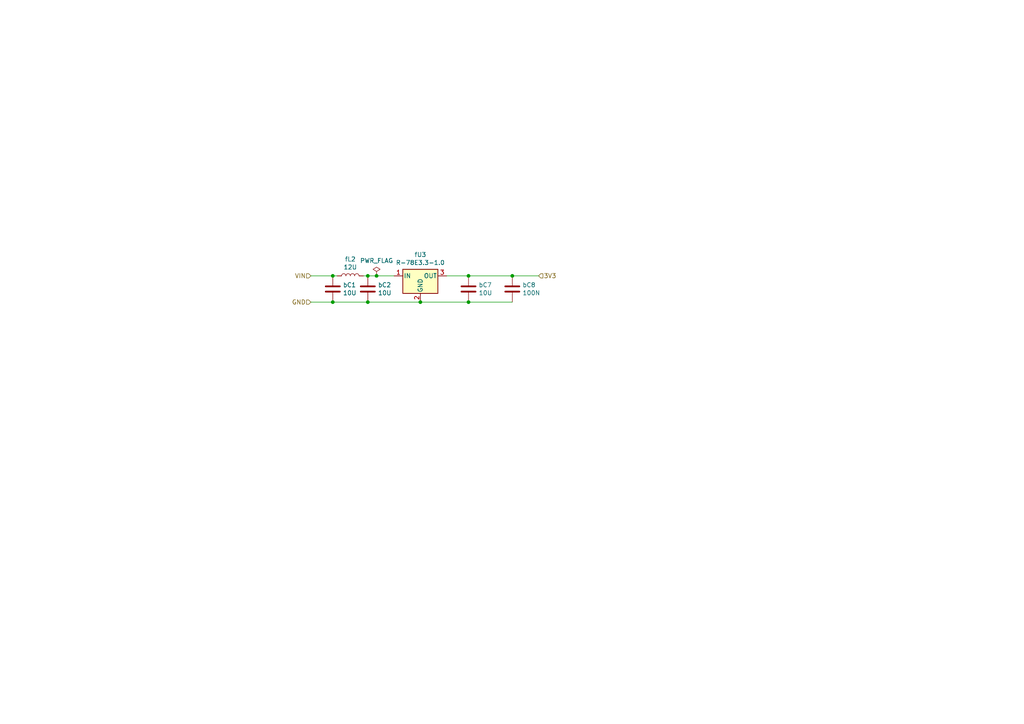
<source format=kicad_sch>
(kicad_sch (version 20211123) (generator eeschema)
  (paper "A4")
  (lib_symbols
    (symbol "Device:C" (pin_numbers hide) (pin_names (offset 0.254))
      (property "Reference" "C" (at 0.635 2.54 0))
      (property "Value" "C" (at 0.635 -2.54 0))
      (symbol "C_0_1"
        (polyline (pts (xy -2.032 -0.762) (xy 2.032 -0.762)) (stroke (width 0.508)))
        (polyline (pts (xy -2.032 0.762) (xy 2.032 0.762)) (stroke (width 0.508)))
      )
      (symbol "C_1_1"
        (pin passive line (at 0 3.81 270) (length 2.794) (name "~") (number "1"))
        (pin passive line (at 0 -3.81 90) (length 2.794) (name "~") (number "2"))
      )
    )
    (symbol "Device:L" (pin_numbers hide) (pin_names (offset 1.016) hide)
      (property "Reference" "L" (at -1.27 0 90))
      (property "Value" "L" (at 1.905 0 90))
      (symbol "L_0_1"
        (arc (start 0 -2.54) (mid 0.635 -1.905) (end 0 -1.27))
        (arc (start 0 -1.27) (mid 0.635 -0.635) (end 0 0))
        (arc (start 0 0) (mid 0.635 0.635) (end 0 1.27))
        (arc (start 0 1.27) (mid 0.635 1.905) (end 0 2.54))
      )
      (symbol "L_1_1"
        (pin passive line (at 0 3.81 270) (length 1.27) (name "1") (number "1"))
        (pin passive line (at 0 -3.81 90) (length 1.27) (name "2") (number "2"))
      )
    )
    (symbol "Regulator_Switching:R-78E3.3-1.0" (pin_names (offset 0.254))
      (property "Reference" "U" (at -3.81 3.175 0))
      (property "Value" "R-78E3.3-1.0" (at 0 3.175 0))
      (symbol "R-78E3.3-1.0_0_1"
        (rectangle (start -5.08 1.905) (end 5.08 -5.08) (stroke (width 0.254)) (fill (type background)))
      )
      (symbol "R-78E3.3-1.0_1_1"
        (pin power_in line (at -7.62 0 0) (length 2.54) (name "IN") (number "1"))
        (pin power_in line (at 0 -7.62 90) (length 2.54) (name "GND") (number "2"))
        (pin power_out line (at 7.62 0 180) (length 2.54) (name "OUT") (number "3"))
      )
    )
    (symbol "power:PWR_FLAG" (power) (pin_numbers hide) (pin_names (offset 0) hide)
      (property "Value" "PWR_FLAG" (at 0 3.81 0))
      (symbol "PWR_FLAG_0_0"
        (pin power_out line (at 0 0 90) (length 0) (name "pwr") (number "1"))
      )
      (symbol "PWR_FLAG_0_1"
        (polyline (pts (xy 0 0) (xy 0 1.27) (xy -1.016 1.905) (xy 0 2.54) (xy 1.016 1.905) (xy 0 1.27)))
      )
    )
  )
  (junction (at 148.59 80.01))
  (junction (at 121.92 87.63))
  (junction (at 96.52 80.01))
  (junction (at 96.52 87.63))
  (junction (at 135.89 80.01))
  (junction (at 135.89 87.63))
  (junction (at 106.68 80.01))
  (junction (at 109.22 80.01))
  (junction (at 106.68 87.63))
  (wire (pts (xy 90.17 80.01) (xy 96.52 80.01)))
  (wire (pts (xy 148.59 80.01) (xy 156.21 80.01)))
  (wire (pts (xy 106.68 87.63) (xy 96.52 87.63)))
  (wire (pts (xy 109.22 80.01) (xy 114.3 80.01)))
  (wire (pts (xy 106.68 80.01) (xy 109.22 80.01)))
  (wire (pts (xy 96.52 80.01) (xy 97.79 80.01)))
  (wire (pts (xy 96.52 87.63) (xy 90.17 87.63)))
  (wire (pts (xy 121.92 87.63) (xy 106.68 87.63)))
  (wire (pts (xy 129.54 80.01) (xy 135.89 80.01)))
  (wire (pts (xy 148.59 87.63) (xy 135.89 87.63)))
  (wire (pts (xy 121.92 87.63) (xy 135.89 87.63)))
  (wire (pts (xy 135.89 80.01) (xy 148.59 80.01)))
  (wire (pts (xy 105.41 80.01) (xy 106.68 80.01)))
  (hierarchical_label "GND" (shape input) (at 90.17 87.63 180))
  (hierarchical_label "3V3" (shape input) (at 156.21 80.01 0))
  (hierarchical_label "VIN" (shape input) (at 90.17 80.01 180))
  (symbol (lib_id "Regulator_Switching:R-78E3.3-1.0") (at 121.92 80.01 0) (unit 1)
    (property "Reference" "fU3" (at 121.92 73.8632 0))
    (property "Value" "R-78E3.3-1.0" (at 121.92 76.1746 0))
    (property "Footprint" "Converter_DCDC:Converter_DCDC_RECOM_R-78E-0.5_THT" (effects hide))
    (property "Datasheet" "https://www.recom-power.com/pdf/Innoline/R-78Exx-1.0.pdf" (effects hide))
  )
  (symbol (lib_id "Device:L") (at 101.6 80.01 90) (unit 1)
    (property "Reference" "fL2" (at 101.6 75.184 90))
    (property "Value" "12U" (at 101.6 77.4954 90))
    (property "Footprint" "Inductor_THT:L_Radial_D8.7mm_P5.00mm_Fastron_07HCP" (effects hide))
  )
  (symbol (lib_id "Device:C") (at 106.68 83.82 0) (unit 1)
    (property "Reference" "bC2" (at 109.601 82.6516 0) (effects (justify left)))
    (property "Value" "10U" (at 109.601 84.963 0) (effects (justify left)))
    (property "Footprint" "Capacitor_SMD:C_0805_2012Metric" (effects hide))
  )
  (symbol (lib_id "Device:C") (at 96.52 83.82 0) (unit 1)
    (property "Reference" "bC1" (at 99.441 82.6516 0) (effects (justify left)))
    (property "Value" "10U" (at 99.441 84.963 0) (effects (justify left)))
    (property "Footprint" "Capacitor_SMD:C_0805_2012Metric" (effects hide))
  )
  (symbol (lib_id "Device:C") (at 135.89 83.82 0) (unit 1)
    (property "Reference" "bC7" (at 138.811 82.6516 0) (effects (justify left)))
    (property "Value" "10U" (at 138.811 84.963 0) (effects (justify left)))
    (property "Footprint" "Capacitor_SMD:C_0805_2012Metric" (effects hide))
  )
  (symbol (lib_id "Device:C") (at 148.59 83.82 0) (unit 1)
    (property "Reference" "bC8" (at 151.511 82.6516 0) (effects (justify left)))
    (property "Value" "100N" (at 151.511 84.963 0) (effects (justify left)))
    (property "Footprint" "Capacitor_SMD:C_0603_1608Metric" (effects hide))
  )
  (symbol (lib_id "power:PWR_FLAG") (at 109.22 80.01 0) (unit 1)
    (property "Reference" "#FLG03" (effects hide))
    (property "Value" "PWR_FLAG" (at 109.22 75.6158 0))
  )
)
</source>
